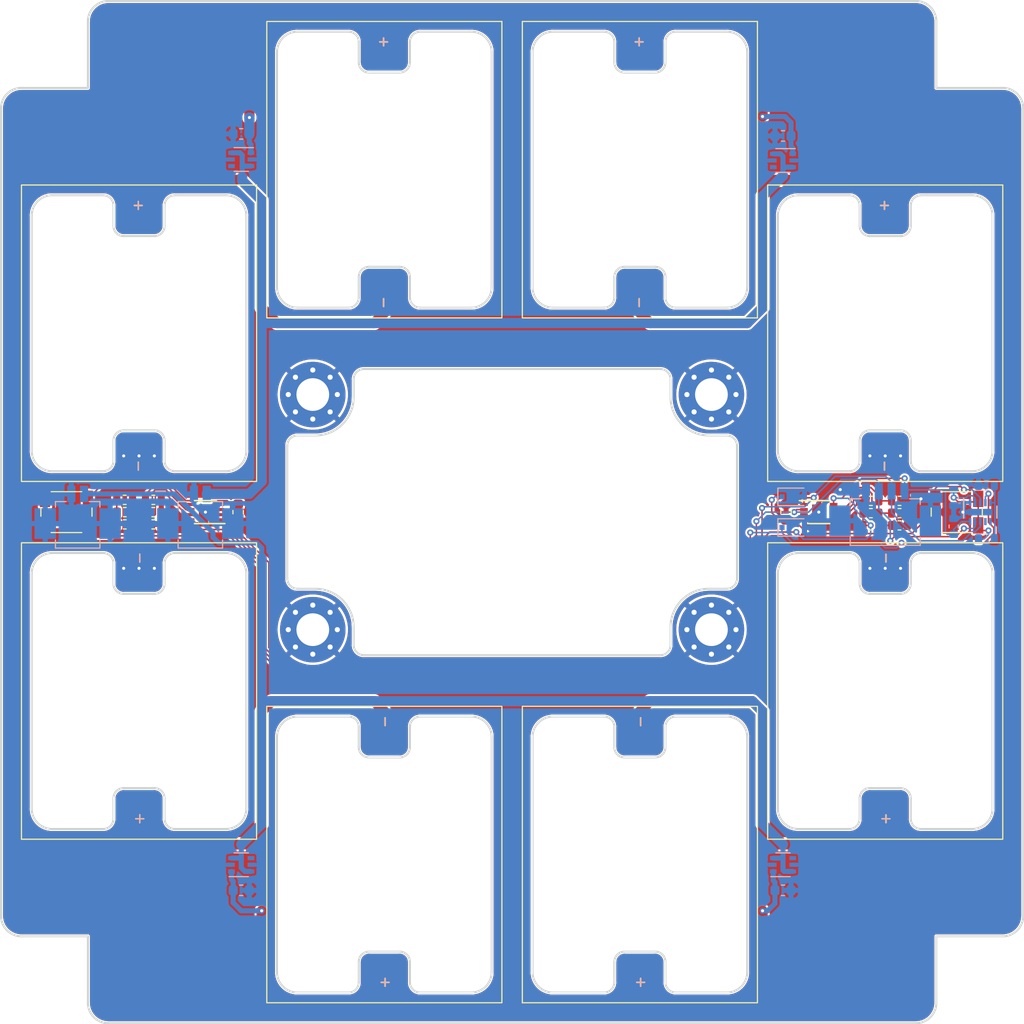
<source format=kicad_pcb>
(kicad_pcb (version 20210424) (generator pcbnew)

  (general
    (thickness 1.6)
  )

  (paper "A4")
  (title_block
    (title "BUTCube - Solar module Z")
    (date "2021-06-04")
    (rev "v1.0")
    (company "VUT")
    (comment 1 "Author: Petr Malaník")
  )

  (layers
    (0 "F.Cu" signal)
    (31 "B.Cu" signal)
    (34 "B.Paste" user)
    (35 "F.Paste" user)
    (36 "B.SilkS" user "B.Silkscreen")
    (37 "F.SilkS" user "F.Silkscreen")
    (38 "B.Mask" user)
    (39 "F.Mask" user)
    (40 "Dwgs.User" user "User.Drawings")
    (41 "Cmts.User" user "User.Comments")
    (42 "Eco1.User" user "User.Eco1")
    (43 "Eco2.User" user "User.Eco2")
    (44 "Edge.Cuts" user)
    (45 "Margin" user)
    (46 "B.CrtYd" user "B.Courtyard")
    (47 "F.CrtYd" user "F.Courtyard")
    (48 "B.Fab" user)
    (49 "F.Fab" user)
    (50 "User.1" user)
    (51 "User.2" user)
  )

  (setup
    (stackup
      (layer "F.SilkS" (type "Top Silk Screen"))
      (layer "F.Paste" (type "Top Solder Paste"))
      (layer "F.Mask" (type "Top Solder Mask") (color "Green") (thickness 0.01))
      (layer "F.Cu" (type "copper") (thickness 0.035))
      (layer "dielectric 1" (type "core") (thickness 1.51) (material "FR4") (epsilon_r 4.5) (loss_tangent 0.02))
      (layer "B.Cu" (type "copper") (thickness 0.035))
      (layer "B.Mask" (type "Bottom Solder Mask") (color "Green") (thickness 0.01))
      (layer "B.Paste" (type "Bottom Solder Paste"))
      (layer "B.SilkS" (type "Bottom Silk Screen"))
      (copper_finish "None")
      (dielectric_constraints no)
    )
    (pad_to_mask_clearance 0)
    (pcbplotparams
      (layerselection 0x00010fc_ffffffff)
      (disableapertmacros false)
      (usegerberextensions false)
      (usegerberattributes true)
      (usegerberadvancedattributes true)
      (creategerberjobfile true)
      (svguseinch false)
      (svgprecision 6)
      (excludeedgelayer true)
      (plotframeref false)
      (viasonmask false)
      (mode 1)
      (useauxorigin false)
      (hpglpennumber 1)
      (hpglpenspeed 20)
      (hpglpendiameter 15.000000)
      (dxfpolygonmode true)
      (dxfimperialunits true)
      (dxfusepcbnewfont true)
      (psnegative false)
      (psa4output false)
      (plotreference true)
      (plotvalue true)
      (plotinvisibletext false)
      (sketchpadsonfab false)
      (subtractmaskfromsilk false)
      (outputformat 1)
      (mirror false)
      (drillshape 1)
      (scaleselection 1)
      (outputdirectory "")
    )
  )

  (net 0 "")
  (net 1 "Net-(C1-Pad1)")
  (net 2 "GND")
  (net 3 "Net-(C2-Pad1)")
  (net 4 "Net-(C3-Pad1)")
  (net 5 "Net-(C4-Pad1)")
  (net 6 "VCC")
  (net 7 "/PH_1")
  (net 8 "/PH_2")
  (net 9 "/Solar_unit_1/OUT")
  (net 10 "/SDA")
  (net 11 "/SCL")
  (net 12 "/Solar_unit_3/OUT")
  (net 13 "Net-(R2-Pad2)")
  (net 14 "Net-(R4-Pad2)")
  (net 15 "Net-(R6-Pad2)")
  (net 16 "Net-(R10-Pad1)")
  (net 17 "Net-(R11-Pad2)")
  (net 18 "Net-(R13-Pad2)")
  (net 19 "Net-(R15-Pad2)")
  (net 20 "Net-(SC1-Pad2)")
  (net 21 "Net-(SC3-Pad2)")
  (net 22 "Net-(SC5-Pad2)")
  (net 23 "Net-(SC7-Pad2)")
  (net 24 "unconnected-(U1-Pad3)")
  (net 25 "unconnected-(U2-Pad3)")
  (net 26 "unconnected-(U3-Pad6)")
  (net 27 "unconnected-(U3-Pad7)")

  (footprint "TCY_solar:SM141K04L" (layer "F.Cu") (at 114.5 76.5 -90))

  (footprint "MountingHole:MountingHole_3.2mm_M3_Pad_Via" (layer "F.Cu") (at 131.5 105.5))

  (footprint "TCY_solar:SM141K04L" (layer "F.Cu") (at 163.5 60.5 -90))

  (footprint "TCY_smd_leds:VEMD5160X" (layer "F.Cu") (at 107.4 94 90))

  (footprint "TCY_solar:SM141K04L" (layer "F.Cu") (at 187.5 111.5 90))

  (footprint "MountingHole:MountingHole_3.2mm_M3_Pad_Via" (layer "F.Cu") (at 131.5 82.5))

  (footprint "TCY_passives:R_0603_1608Metric" (layer "F.Cu") (at 188.9 95.3))

  (footprint "Package_DFN_QFN:DFN-8-1EP_3x2mm_P0.5mm_EP1.3x1.5mm" (layer "F.Cu") (at 121 94 180))

  (footprint "TCY_solar:SM141K04L" (layer "F.Cu") (at 114.5 111.5 90))

  (footprint "TCY_solar:SM141K04L" (layer "F.Cu") (at 138.5 60.5 -90))

  (footprint "TCY_smd_leds:VEMD5160X" (layer "F.Cu") (at 194.5 94 -90))

  (footprint "TCY_passives:R_0603_1608Metric" (layer "F.Cu") (at 188.9 94.1))

  (footprint "TCY_solar:SM141K04L" (layer "F.Cu") (at 138.5 127.5 90))

  (footprint "TCY_passives:R_0603_1608Metric" (layer "F.Cu") (at 188.9 92.9))

  (footprint "MountingHole:MountingHole_3.2mm_M3_Pad_Via" (layer "F.Cu") (at 170.5 82.5))

  (footprint "TCY_passives:R_0603_1608Metric" (layer "F.Cu") (at 115.9 92.8))

  (footprint "MountingHole:MountingHole_3.2mm_M3_Pad_Via" (layer "F.Cu") (at 170.5 105.5))

  (footprint "TCY_passives:R_0603_1608Metric" (layer "F.Cu") (at 186.1 95.3))

  (footprint "TCY_solar:SM141K04L" (layer "F.Cu") (at 163.5 127.5 90))

  (footprint "TCY_passives:R_0603_1608Metric" (layer "F.Cu") (at 113.1 92.8))

  (footprint "TCY_passives:R_0603_1608Metric" (layer "F.Cu") (at 186.1 94.1))

  (footprint "Resistor_SMD:R_0603_1608Metric" (layer "F.Cu") (at 124.2 94 -90))

  (footprint "TCY_passives:R_0603_1608Metric" (layer "F.Cu") (at 113.1 95.2))

  (footprint "TCY_passives:R_0603_1608Metric" (layer "F.Cu") (at 186.1 92.9))

  (footprint "Package_DFN_QFN:DFN-8-1EP_3x2mm_P0.5mm_EP1.3x1.5mm" (layer "F.Cu") (at 181 94))

  (footprint "TCY_passives:R_0603_1608Metric" (layer "F.Cu") (at 115.9 95.2))

  (footprint "Resistor_SMD:R_0603_1608Metric" (layer "F.Cu") (at 177.8 94 90))

  (footprint "TCY_passives:R_0603_1608Metric" (layer "F.Cu") (at 113.1 94))

  (footprint "TCY_passives:R_0603_1608Metric" (layer "F.Cu") (at 115.9 94))

  (footprint "TCY_solar:SM141K04L" (layer "F.Cu") (at 187.5 76.5 -90))

  (footprint "Capacitor_SMD:C_0603_1608Metric" (layer "B.Cu") (at 177.5 131))

  (footprint "Package_TO_SOT_SMD:SOT-363_SC-70-6" (layer "B.Cu") (at 124.5 128.5))

  (footprint "Package_TO_SOT_SMD:SOT-363_SC-70-6" (layer "B.Cu") (at 177.5 59.6 180))

  (footprint "Diode_SMD:D_SOD-323F" (layer "B.Cu") (at 178.5 92.5))

  (footprint "Capacitor_SMD:C_0603_1608Metric" (layer "B.Cu") (at 124.5 57 180))

  (footprint "TCY_passives:C_0603_1608Metric" (layer "B.Cu") (at 194.2 92.6 -90))

  (footprint "Capacitor_SMD:C_0603_1608Metric" (layer "B.Cu") (at 177.5 57.2 180))

  (footprint "TCY_passives:C_0603_1608Metric" (layer "B.Cu") (at 194.2 95.4 90))

  (footprint "Package_TO_SOT_SMD:SOT-363_SC-70-6" (layer "B.Cu") (at 124.5 59.5 180))

  (footprint "TCY_passives:R_0603_1608Metric" (layer "B.Cu") (at 197.4 96.6))

  (footprint "TCY_passives:R_0603_1608Metric" (layer "B.Cu") (at 197.4 91.4 180))

  (footprint "TCY_connectors:Amphenol_10114830-11102LF_1x02_P1.25mm_Horizontal" (layer "B.Cu") (at 108.5 93.02 180))

  (footprint "Package_DFN_QFN:DFN-10-1EP_2x3mm_P0.5mm_EP0.64x2.4mm" (layer "B.Cu") (at 196.8 94 -90))

  (footprint "TCY_connectors:Amphenol_10114830-11102LF_1x02_P1.25mm_Horizontal" (layer "B.Cu") (at 120.5 93.02 180))

  (footprint "Package_TO_SOT_SMD:SOT-363_SC-70-6" (layer "B.Cu") (at 177.5 128.5))

  (footprint "TCY_connectors:Amphenol_10114830-11103LF_1x04_P1.25mm_Horizontal" (layer "B.Cu") (at 187.5 95 180))

  (footprint "Diode_SMD:D_SOD-323F" (layer "B.Cu") (at 178.5 95.5))

  (footprint "Capacitor_SMD:C_0603_1608Metric" (layer "B.Cu") (at 124.5 131))

  (gr_arc (start 188.999999 101) (end 188.999999 102) (angle -90) (layer "Edge.Cuts") (width 0.2) (tstamp 009991e5-5757-4809-8edd-538c215b2258))
  (gr_line (start 131.750001 101.500001) (end 130.000001 101.500001) (layer "Edge.Cuts") (width 0.2) (tstamp 00db46c2-b2e1-444c-b49b-f2eaa641cb7a))
  (gr_arc (start 123 100) (end 125 100) (angle -90) (layer "Edge.Cuts") (width 0.2) (tstamp 00f30029-4cfe-4080-9130-eee7b3cda7ca))
  (gr_arc (start 183.999999 99.000001) (end 184.999999 99.000001) (angle -90) (layer "Edge.Cuts") (width 0.2) (tstamp 01cf520b-70e0-424d-8ad0-c33551937e58))
  (gr_line (start 162 137.000001) (end 165 137.000001) (layer "Edge.Cuts") (width 0.2) (tstamp 02697e38-ed42-45d0-9167-3b29599ac291))
  (gr_line (start 112 124) (end 112 122) (layer "Edge.Cuts") (width 0.2) (tstamp 04387e35-33c0-42a1-87b4-b7f713a7ec3d))
  (gr_arc (start 111.000001 64.000001) (end 112.000001 64.000001) (angle -90) (layer "Edge.Cuts") (width 0.2) (tstamp 043b954e-51c5-4ff4-b2a0-f60e12c2159c))
  (gr_line (start 147 141) (end 142 141) (layer "Edge.Cuts") (width 0.2) (tstamp 04c46b55-6ff6-4690-96ee-badc7258b3bf))
  (gr_arc (start 178.999999 88.000001) (end 176.999999 88.000001) (angle -90) (layer "Edge.Cuts") (width 0.2) (tstamp 059ddea9-d845-416e-8024-26a5872ff6da))
  (gr_line (start 176.999999 100) (end 176.999999 123.000001) (layer "Edge.Cuts") (width 0.2) (tstamp 079d133c-882d-4f02-83e5-b3cc07a3b3f7))
  (gr_arc (start 116.000001 66.000001) (end 116.000001 67.000002) (angle -90) (layer "Edge.Cuts") (width 0.2) (tstamp 07d32bd5-412c-4498-9f0c-5811d4fcdb84))
  (gr_line (start 131.750001 86.500001) (end 130 86.500001) (layer "Edge.Cuts") (width 0.2) (tstamp 090354c8-f8d0-4149-ad50-3f765d460055))
  (gr_line (start 154.999999 47.000001) (end 159.999999 47.000001) (layer "Edge.Cuts") (width 0.2) (tstamp 09239f8e-65cf-4874-a41b-a32f5d9eabb9))
  (gr_arc (start 165 71.000001) (end 166 71.000001) (angle -90) (layer "Edge.Cuts") (width 0.2) (tstamp 09389870-3d2c-426c-ba1a-e5f56986e6f1))
  (gr_arc (start 118.000001 89.000001) (end 117.000001 89.000001) (angle -90) (layer "Edge.Cuts") (width 0.2) (tstamp 0989021a-729e-4041-a354-66c359f52f39))
  (gr_arc (start 185.999999 101.000001) (end 184.999999 101) (angle -90) (layer "Edge.Cuts") (width 0.2) (tstamp 0a3d532f-ec9e-4748-945d-59feb2ff5b5d))
  (gr_line (start 154.999999 74.000001) (end 159.999999 74.000001) (layer "Edge.Cuts") (width 0.2) (tstamp 0aabb83c-c9ad-47ff-933a-ab3710fe6447))
  (gr_arc (start 123.000001 65.000001) (end 125.000001 65.000001) (angle -90) (layer "Edge.Cuts") (width 0.2) (tstamp 0eec8483-96d1-4f12-b5ea-f129b623a7c0))
  (gr_line (start 192.5 52.500001) (end 192.5 46.000001) (layer "Edge.Cuts") (width 0.2) (tstamp 0f4ff7aa-cded-41ca-93cb-0eddf2c7207e))
  (gr_arc (start 190.999999 89.000001) (end 189.999999 89.000001) (angle -90) (layer "Edge.Cuts") (width 0.2) (tstamp 10d5e185-879a-4e19-8d3e-60ddd47ccc3a))
  (gr_line (start 117.000001 124) (end 117.000001 122) (layer "Edge.Cuts") (width 0.2) (tstamp 1253539d-5fac-42a6-aa3c-4f3b33ceb411))
  (gr_line (start 160.999999 115.000001) (end 160.999999 117.000001) (layer "Edge.Cuts") (width 0.2) (tstamp 12db7861-dc08-4b50-9af4-e32feb1e2d7f))
  (gr_arc (start 142 140) (end 141 140) (angle -90) (layer "Edge.Cuts") (width 0.2) (tstamp 1309d7d3-6647-41a1-8f32-c07ec9e245cd))
  (gr_line (start 166.499999 81.000001) (end 166.499999 82.750001) (layer "Edge.Cuts") (width 0.2) (tstamp 13500f17-9759-4216-9d05-f0b452682ae7))
  (gr_line (start 130 141) (end 135 141) (layer "Edge.Cuts") (width 0.2) (tstamp 15af4327-5017-4660-a545-82d5dfade9bb))
  (gr_line (start 147 74.000001) (end 142.000001 74.000001) (layer "Edge.Cuts") (width 0.2) (tstamp 15ff9809-eac6-4324-81ba-2ce213bab98a))
  (gr_arc (start 160 140) (end 160 141.000001) (angle -90) (layer "Edge.Cuts") (width 0.2) (tstamp 172509bc-31e5-4e1f-89c7-a43852dba7bc))
  (gr_arc (start 116 101) (end 116 102.000001) (angle -90) (layer "Edge.Cuts") (width 0.2) (tstamp 17d503b9-eea3-456b-a981-16efda7a2dd4))
  (gr_arc (start 188.999999 66.000001) (end 188.999999 67.000001) (angle -90) (layer "Edge.Cuts") (width 0.2) (tstamp 17e67db4-2410-4490-98fe-f507f161001f))
  (gr_arc (start 164.999999 50.000001) (end 164.999999 51.000002) (angle -90) (layer "Edge.Cuts") (width 0.2) (tstamp 1bc1a8c3-34e3-41b1-82d1-8329f5281af4))
  (gr_arc (start 106 123) (end 104 123.000001) (angle -90) (layer "Edge.Cuts") (width 0.2) (tstamp 1cf1a6d6-a5a4-4c8b-8db8-e5ff390fc444))
  (gr_line (start 172 114) (end 167 114) (layer "Edge.Cuts") (width 0.2) (tstamp 1d01ef08-742b-41ac-9bf1-b5c4363b7a69))
  (gr_arc (start 137 117) (end 136 117) (angle -90) (layer "Edge.Cuts") (width 0.2) (tstamp 1e1a9889-c753-4b0c-9fc0-7d3769e3bfdd))
  (gr_arc (start 159.999999 115.000001) (end 161 115.000001) (angle -90) (layer "Edge.Cuts") (width 0.2) (tstamp 20a69711-f83f-47d5-9116-bb4460b74391))
  (gr_arc (start 137 71.000001) (end 137 70.000001) (angle -90) (layer "Edge.Cuts") (width 0.2) (tstamp 210683e0-f3af-4df9-905a-74fbb3942a30))
  (gr_line (start 136 48.000001) (end 136 50.000001) (layer "Edge.Cuts") (width 0.2) (tstamp 215fa1b3-575d-4913-b1fb-32e684e6e102))
  (gr_arc (start 154.999999 72.000001) (end 152.999999 72.000002) (angle -90) (layer "Edge.Cuts") (width 0.2) (tstamp 22754bf5-5766-4d3b-89f5-dcdfcf3093e5))
  (gr_line (start 188.999999 102) (end 185.999999 102) (layer "Edge.Cuts") (width 0.2) (tstamp 22b18f0f-0dd6-40c2-9e75-2f4e8ac81e8f))
  (gr_line (start 104 100) (end 104 123.000001) (layer "Edge.Cuts") (width 0.2) (tstamp 23b3577b-4679-42e4-aebc-cb3b8a9ccaf4))
  (gr_line (start 123 98) (end 118 98) (layer "Edge.Cuts") (width 0.2) (tstamp 2548e32e-6d79-48bd-a9a2-e7ccbd4456fe))
  (gr_line (start 140 51.000001) (end 137 51.000001) (layer "Edge.Cuts") (width 0.2) (tstamp 26e97d01-b843-40a9-8ad5-ce842eee81d0))
  (gr_arc (start 102.999999 54.5) (end 101 54.5) (angle 90) (layer "Edge.Cuts") (width 0.2) (tstamp 2761d717-8971-42ac-ad1d-03996c6ace3f))
  (gr_line (start 106 98) (end 111 98) (layer "Edge.Cuts") (width 0.2) (tstamp 2794920a-76e8-49f0-acc7-cefff21e00ac))
  (gr_line (start 189.999999 124) (end 189.999999 122) (layer "Edge.Cuts") (width 0.2) (tstamp 2829f319-e0a6-4d19-9081-afcf64294331))
  (gr_line (start 185.999999 121) (end 188.999999 121) (layer "Edge.Cuts") (width 0.2) (tstamp 2a4446dc-e280-4bc1-ba33-5e309c14087d))
  (gr_arc (start 185.999999 66.000001) (end 184.999999 66.000001) (angle -90) (layer "Edge.Cuts") (width 0.2) (tstamp 2a4c0c83-9146-48d6-9ef5-2651b1b60e4c))
  (gr_line (start 101.000001 133.500001) (end 101 54.500001) (layer "Edge.Cuts") (width 0.2) (tstamp 2aa2d4ce-bb59-499d-979b-56fa2ba718df))
  (gr_line (start 103.000001 135.500001) (end 109.500001 135.500001) (layer "Edge.Cuts") (width 0.2) (tstamp 2ac1ab4d-657c-4518-9d8c-8b694e2cdb1d))
  (gr_arc (start 165 138.000001) (end 166 138.000001) (angle -90) (layer "Edge.Cuts") (width 0.2) (tstamp 2adefec4-9e48-4fd2-b2e8-9bdb88b1f4f6))
  (gr_arc (start 106 100.000001) (end 106 98) (angle -90) (layer "Edge.Cuts") (width 0.2) (tstamp 2bd74e1b-ee19-4d4e-9cea-4c8f92c0690c))
  (gr_line (start 135.500001 81.000001) (end 135.500001 82.750001) (layer "Edge.Cuts") (width 0.2) (tstamp 2c04f0ac-a5d3-4f16-902a-41fe7bf419a0))
  (gr_arc (start 172 116.000001) (end 174 116.000001) (angle -90) (layer "Edge.Cuts") (width 0.2) (tstamp 2feef36f-2237-4f1f-9cc3-bde2ed7c6b36))
  (gr_arc (start 136.500001 107) (end 135.500001 107) (angle -90) (layer "Edge.Cuts") (width 0.2) (tstamp 310f83ac-4f82-4d98-bcd1-62487b3780f2))
  (gr_line (start 109.5 46.000001) (end 109.5 52.500001) (layer "Edge.Cuts") (width 0.2) (tstamp 314b0a77-17b7-4d13-a754-4612deed6e89))
  (gr_arc (start 195.999999 88.000001) (end 195.999999 90.000001) (angle -90) (layer "Edge.Cuts") (width 0.2) (tstamp 31f3e372-0197-4bdb-a90d-e4c7a07fe770))
  (gr_line (start 152.999999 49.000001) (end 152.999999 72.000002) (layer "Edge.Cuts") (width 0.2) (tstamp 32091642-46de-40b5-91e9-79d4307e96c6))
  (gr_arc (start 103.000001 133.5) (end 101.000001 133.500001) (angle -90) (layer "Edge.Cuts") (width 0.2) (tstamp 34d479d6-3ad9-461e-b93d-0fe20020f93e))
  (gr_arc (start 147 139) (end 147 141) (angle -90) (layer "Edge.Cuts") (width 0.2) (tstamp 35a49998-8781-4173-a82b-eb9bcbf56b8a))
  (gr_arc (start 135 140) (end 135 141.000001) (angle -90) (layer "Edge.Cuts") (width 0.2) (tstamp 3626f5e9-f937-4dbd-9f34-e749cc661d2d))
  (gr_arc (start 113.000001 87.000001) (end 113.000001 86.000001) (angle -90) (layer "Edge.Cuts") (width 0.2) (tstamp 36b80469-9931-4c37-8db0-4f5f59acb8fa))
  (gr_line (start 166 73.000001) (end 166 71.000001) (layer "Edge.Cuts") (width 0.2) (tstamp 395c9437-511b-4515-b004-c0eb1b37965b))
  (gr_arc (start 131.750001 82.750001) (end 131.750001 86.500001) (angle -90) (layer "Edge.Cuts") (width 0.2) (tstamp 3c50c44a-1730-479c-a679-8aa8bc56df6f))
  (gr_arc (start 111.5 46.000001) (end 111.5 44.000002) (angle -90) (layer "Edge.Cuts") (width 0.2) (tstamp 3d09e760-4782-4148-83c4-7e5fce54d823))
  (gr_line (start 178.999999 125) (end 183.999999 125) (layer "Edge.Cuts") (width 0.2) (tstamp 3f16c85c-02af-426a-a79e-9f721375532d))
  (gr_line (start 136 115) (end 136 117) (layer "Edge.Cuts") (width 0.2) (tstamp 40a1ebca-2956-4101-84eb-b034827630b0))
  (gr_arc (start 195.999999 65.000001) (end 197.999999 65.000001) (angle -90) (layer "Edge.Cuts") (width 0.2) (tstamp 416bc7f5-091c-4cb2-a450-60f9f738765f))
  (gr_arc (start 154.999999 49.000001) (end 154.999999 47.000001) (angle -90) (layer "Edge.Cuts") (width 0.2) (tstamp 41e8e807-f78c-4510-88f6-50b0dfa70ca8))
  (gr_line (start 149 139) (end 149 116) (layer "Edge.Cuts") (width 0.2) (tstamp 429675fb-098e-4453-9740-0c8fcb788dca))
  (gr_arc (start 116 122) (end 117.000001 122) (angle -90) (layer "Edge.Cuts") (width 0.2) (tstamp 449a0a94-9cad-4969-b92f-d1be06b84120))
  (gr_arc (start 162 117) (end 160.999999 117) (angle -90) (layer "Edge.Cuts") (width 0.2) (tstamp 44a81c71-c9d3-477a-992f-fb9c69d5bd29))
  (gr_line (start 129 87.500001) (end 129 100.500001) (layer "Edge.Cuts") (width 0.2) (tstamp 4adca1ba-be37-4f62-ac54-7b483acf58ad))
  (gr_line (start 152.999999 116.000001) (end 153 139.000001) (layer "Edge.Cuts") (width 0.2) (tstamp 4e919af5-bc59-47cd-8a65-cc74ab28c988))
  (gr_arc (start 111 99.000001) (end 112 99.000001) (angle -90) (layer "Edge.Cuts") (width 0.2) (tstamp 4f0bfa1d-95da-4d17-86fd-fbdcb01f608e))
  (gr_arc (start 142.000001 73.000001) (end 141 73.000001) (angle -90) (layer "Edge.Cuts") (width 0.2) (tstamp 4f18d4c6-e336-4e36-b6ec-188fd91503cf))
  (gr_arc (start 165 117) (end 165 118.000001) (angle -90) (layer "Edge.Cuts") (width 0.2) (tstamp 4f4e4c06-884e-4536-ba5f-7bb3f8e80c3e))
  (gr_line (start 104.000001 65.000001) (end 104.000001 88.000002) (layer "Edge.Cuts") (width 0.2) (tstamp 4f776d53-f536-4f0f-a1c3-68c59e6129d3))
  (gr_arc (start 188.999999 87.000001) (end 190 87.000001) (angle -90) (layer "Edge.Cuts") (width 0.2) (tstamp 504b419c-80c5-4bfe-99ab-15ea93a04b22))
  (gr_line (start 109.5 135.500001) (end 109.5 142.000001) (layer "Edge.Cuts") (width 0.2) (tstamp 504d76b6-a70e-4c81-a3be-8ad6990d45af))
  (gr_line (start 178.999999 63.000001) (end 183.999999 63.000001) (layer "Edge.Cuts") (width 0.2) (tstamp 50e5265a-5aed-4dc3-8510-8f58532d63c2))
  (gr_line (start 161 140.000001) (end 161 138.000001) (layer "Edge.Cuts") (width 0.2) (tstamp 51c2fbc5-4987-4548-84a6-0ebbf457e26d))
  (gr_line (start 128 49.000001) (end 128 72.000001) (layer "Edge.Cuts") (width 0.2) (tstamp 5218d270-625c-4ff7-9a86-b7595374a0a6))
  (gr_line (start 195.999999 63.000001) (end 190.999999 63.000001) (layer "Edge.Cuts") (width 0.2) (tstamp 537145a5-74a0-40a3-a76a-c214c21d6262))
  (gr_arc (start 130 139) (end 128 139.000001) (angle -90) (layer "Edge.Cuts") (width 0.2) (tstamp 5948eec7-355d-4f21-bfc7-83711c2cc4b0))
  (gr_line (start 170.25 101.5) (end 172 101.5) (layer "Edge.Cuts") (width 0.2) (tstamp 5a1c4c9c-eea2-4e1d-8bd7-e645e70e56b1))
  (gr_line (start 189.999999 89.000001) (end 189.999999 87.000001) (layer "Edge.Cuts") (width 0.2) (tstamp 5a1f9629-68a4-4dd6-bd37-4371a2c17944))
  (gr_arc (start 190.999999 99) (end 190.999999 98) (angle -90) (layer "Edge.Cuts") (width 0.2) (tstamp 5cc2bbf5-0240-4256-8536-9bf2e3f3d20e))
  (gr_arc (start 130 49.000001) (end 130 47.000001) (angle -90) (layer "Edge.Cuts") (width 0.2) (tstamp 5d268a78-eaee-44a7-9f48-7ebe337329d3))
  (gr_line (start 123 125) (end 118.000001 125) (layer "Edge.Cuts") (width 0.2) (tstamp 5dcdde75-420e-46a8-ae31-bb99a114194f))
  (gr_line (start 197.999999 88.000001) (end 197.999999 65.000001) (layer "Edge.Cuts") (width 0.2) (tstamp 5dd52916-2bd7-4265-92ef-03c6b71a3e1f))
  (gr_line (start 147 47.000001) (end 142 47.000001) (layer "Edge.Cuts") (width 0.2) (tstamp 616c351a-299e-4fa8-a689-f1427533a3ad))
  (gr_arc (start 195.999999 100) (end 197.999999 100) (angle -90) (layer "Edge.Cuts") (width 0.2) (tstamp 62f361a5-1404-47e3-9ab0-b034fe5eebc1))
  (gr_arc (start 113.000001 122) (end 113 121) (angle -90) (layer "Edge.Cuts") (width 0.2) (tstamp 63b32c4a-7305-4d9e-83bd-33d07e61a47a))
  (gr_line (start 198 123) (end 197.999999 100) (layer "Edge.Cuts") (width 0.2) (tstamp 644091d3-efc5-4172-9759-6daf864b21f9))
  (gr_line (start 192.5 135.5) (end 199 135.5) (layer "Edge.Cuts") (width 0.2) (tstamp 64bf3107-f2f5-40e1-b9fb-8e6501de3629))
  (gr_arc (start 185.999999 87.000001) (end 185.999999 86.000001) (angle -90) (layer "Edge.Cuts") (width 0.2) (tstamp 6551bba4-4b4d-4699-a103-b5b808381c6f))
  (gr_line (start 170.249999 86.500002) (end 172 86.500002) (layer "Edge.Cuts") (width 0.2) (tstamp 6928ec6b-f75a-4544-aac2-643b0a81ca2e))
  (gr_arc (start 165.499999 107) (end 165.499999 108) (angle -90) (layer "Edge.Cuts") (width 0.2) (tstamp 6a2744d6-a96a-4800-a6ae-7351643f21a6))
  (gr_line (start 112.000001 64.000001) (end 112.000001 66.000001) (layer "Edge.Cuts") (width 0.2) (tstamp 6bab1787-5a8a-4e97-ae4b-e304158164b7))
  (gr_line (start 184.999999 89.000001) (end 184.999999 87.000001) (layer "Edge.Cuts") (width 0.2) (tstamp 6bf421ed-b169-4346-947b-202297520315))
  (gr_arc (start 167 48.000001) (end 166.999999 47.000001) (angle -90) (layer "Edge.Cuts") (width 0.2) (tstamp 6c525f3c-07a6-4172-80db-4467d42073e2))
  (gr_arc (start 118.000001 124) (end 117 124) (angle -90) (layer "Edge.Cuts") (width 0.2) (tstamp 6e370f8d-c9bd-4c19-94c6-0e20e00adc42))
  (gr_arc (start 130 116.000001) (end 130 114) (angle -90) (layer "Edge.Cuts") (width 0.2) (tstamp 6f1341a1-d29c-47a7-a02f-51eae48acdde))
  (gr_line (start 112.000001 89.000001) (end 112.000001 87.000001) (layer "Edge.Cuts") (width 0.2) (tstamp 6fb3a67a-876f-4f9e-8b10-47c5884b6458))
  (gr_line (start 189.999999 99) (end 189.999999 101) (layer "Edge.Cuts") (width 0.2) (tstamp 6fd32fb8-ee78-491f-b801-45224165a916))
  (gr_arc (start 178.999999 65.000001) (end 178.999999 63.000001) (angle -90) (layer "Edge.Cuts") (width 0.2) (tstamp 6fdd32cb-cf1d-4ddf-a0d1-a810aa4d8e23))
  (gr_arc (start 106.000001 65.000002) (end 106.000001 63.000001) (angle -90) (layer "Edge.Cuts") (width 0.2) (tstamp 7140e02b-f109-4b1b-9a49-8a2150fa7eb2))
  (gr_arc (start 118.000001 64.000001) (end 118.000001 63.000001) (angle -90) (layer "Edge.Cuts") (width 0.2) (tstamp 7140f984-db33-416d-90fc-346987095eba))
  (gr_arc (start 155 139.000001) (end 153 139.000001) (angle -90) (layer "Edge.Cuts") (width 0.2) (tstamp 717d36de-63d9-4796-942d-378b8c4b378a))
  (gr_arc (start 195.999999 123) (end 195.999999 125) (angle -90) (layer "Edge.Cuts") (width 0.2) (tstamp 71e8abc1-5569-4a3a-a38b-4cfb575491e8))
  (gr_line (start 141 140) (end 141 138) (layer "Edge.Cuts") (width 0.2) (tstamp 729defe2-6050-4d9c-8a17-f7fd22f7b032))
  (gr_line (start 178.999999 90.000001) (end 183.999999 90.000001) (layer "Edge.Cuts") (width 0.2) (tstamp 7370d2bd-139b-425c-8d94-22ed7d34ad8e))
  (gr_arc (start 142 48.000001) (end 142 47.000001) (angle -90) (layer "Edge.Cuts") (width 0.2) (tstamp 77951f30-c1c8-4451-91ed-03164b3ff644))
  (gr_arc (start 178.999999 100) (end 178.999999 98) (angle -90) (layer "Edge.Cuts") (width 0.2) (tstamp 7798ff4d-728b-48f7-b33c-aad55e8ecc76))
  (gr_arc (start 147 72.000001) (end 147 74.000001) (angle -90) (layer "Edge.Cuts") (width 0.2) (tstamp 781efcaa-5764-4dcc-af82-2f8d960ef7dd))
  (gr_line (start 141 73.000001) (end 141 71.000001) (layer "Edge.Cuts") (width 0.2) (tstamp 7842076d-a421-460a-a99b-1314a4cd7216))
  (gr_line (start 173 100.5) (end 173 87.500002) (layer "Edge.Cuts") (width 0.2) (tstamp 7adab621-fba1-4527-8a69-50f6d5ce7bdf))
  (gr_arc (start 199 54.500001) (end 201 54.500001) (angle -90) (layer "Edge.Cuts") (width 0.2) (tstamp 7b28996f-d10d-427e-a481-03e775f52604))
  (gr_line (start 106.000001 90.000001) (end 111.000001 90.000001) (layer "Edge.Cuts") (width 0.2) (tstamp 7b43087a-4ccc-44fd-bab0-d3542833f074))
  (gr_arc (start 165.499999 81.000001) (end 166.499999 81.000001) (angle -90) (layer "Edge.Cuts") (width 0.2) (tstamp 7bb6d24d-3393-445d-b979-eaa41c7dab10))
  (gr_line (start 172 74.000001) (end 167 74.000001) (layer "Edge.Cuts") (width 0.2) (tstamp 7bfe3e3a-cdf9-4825-a89e-4a65f96c33ac))
  (gr_arc (start 131.75 105.25) (end 135.5 105.25) (angle -90) (layer "Edge.Cuts") (width 0.2) (tstamp 7c9b0558-dc95-4d93-a753-fb8e62766819))
  (gr_line (start 185.999999 86.000001) (end 188.999999 86.000001) (layer "Edge.Cuts") (width 0.2) (tstamp 7d393411-f1d1-441a-b661-9cc12f1878a6))
  (gr_arc (start 190.5 142) (end 190.5 144.000001) (angle -90) (layer "Edge.Cuts") (width 0.2) (tstamp 7e46f217-4d9d-4d83-ae74-da42987508ee))
  (gr_line (start 201 133.5) (end 200.999999 54.500001) (layer "Edge.Cuts") (width 0.2) (tstamp 7e6fd74e-f898-4e7d-9dbf-f34eb8737ccb))
  (gr_arc (start 140 71.000001) (end 141 71.000001) (angle -90) (layer "Edge.Cuts") (width 0.2) (tstamp 7ee024d1-7901-4db3-ae0e-46d97583051e))
  (gr_line (start 149.000001 72.000001) (end 149 49.000001) (layer "Edge.Cuts") (width 0.2) (tstamp 80c20050-a5db-44d6-904d-0062ed606120))
  (gr_line (start 188.999999 67.000001) (end 185.999999 67.000001) (layer "Edge.Cuts") (width 0.2) (tstamp 8114616c-b3f3-4ea1-ba9a-160ad6fb6f38))
  (gr_line (start 125.000001 88.000001) (end 125.000001 65.000001) (layer "Edge.Cuts") (width 0.2) (tstamp 82714fed-3e2b-4271-866b-844bde59c607))
  (gr_arc (start 135 48.000001) (end 136 48.000001) (angle -90) (layer "Edge.Cuts") (width 0.2) (tstamp 839205f9-4b7e-45ca-b6d5-22e3050494eb))
  (gr_arc (start 140 50.000001) (end 140 51.000002) (angle -90) (layer "Edge.Cuts") (width 0.2) (tstamp 89ec0f89-dbec-4348-b22d-03ddb8dc50d7))
  (gr_line (start 166 140) (end 166 138.000001) (layer "Edge.Cuts") (width 0.2) (tstamp 8be5fec4-a941-4a35-a6d3-393ddd99de04))
  (gr_line (start 184.999999 99) (end 184.999999 101) (layer "Edge.Cuts") (width 0.2) (tstamp 8ca4c110-2350-467f-83ba-1f95eeee15b1))
  (gr_arc (start 172 72.000001) (end 172 74.000001) (angle -90) (layer "Edge.Cuts") (width 0.2) (tstamp 8cbd0886-f120-4bb4-b69f-326004f55ea9))
  (gr_line (start 174 72.000001) (end 173.999999 49.000001) (layer "Edge.Cuts") (width 0.2) (tstamp 8ddd2bb3-f268-47ae-812e-9e4489f55025))
  (gr_line (start 174 139.000001) (end 174 116) (layer "Edge.Cuts") (width 0.2) (tstamp 8e81b6ee-9ab7-4c5e-9bec-92721e1c4922))
  (gr_arc (start 118 99) (end 118 98) (angle -90) (layer "Edge.Cuts") (width 0.2) (tstamp 8ec0fea7-024b-420c-8249-8a472d96bcce))
  (gr_arc (start 162 71.000001) (end 162 70.000001) (angle -90) (layer "Edge.Cuts") (width 0.2) (tstamp 91659c60-0e87-42fd-be01-4c50a2cbba97))
  (gr_arc (start 170.249999 82.750001) (end 166.499999 82.750001) (angle -90) (layer "Edge.Cuts") (width 0.2) (tstamp 9346bd1b-304c-41d0-aac2-69ba71e810eb))
  (gr_arc (start 123.000001 88.000001) (end 123.000001 90.000001) (angle -90) (layer "Edge.Cuts") (width 0.2) (tstamp 961fe222-0daf-4769-a2cf-59425a453687))
  (gr_line (start 195.999999 90.000001) (end 190.999999 90.000001) (layer "Edge.Cuts") (width 0.2) (tstamp 96da3731-e7b3-449a-9bc9-cb99be4e38fd))
  (gr_arc (start 167 73.000001) (end 166 73.000001) (angle -90) (layer "Edge.Cuts") (width 0.2) (tstamp 9986d154-f940-4a81-8b98-72f8ce543510))
  (gr_arc (start 116.000001 87.000001) (end 117.000001 87.000001) (angle -90) (layer "Edge.Cuts") (width 0.2) (tstamp 9b7cb56e-c471-41f8-ba6c-eda03ee52730))
  (gr_line (start 123.000001 63.000001) (end 118.000001 63.000001) (layer "Edge.Cuts") (width 0.2) (tstamp 9b91ef2a-2432-403d-9fbd-f7487b2fc5ea))
  (gr_line (start 135.500001 107.000001) (end 135.500001 105.250001) (layer "Edge.Cuts") (width 0.2) (tstamp 9baaa2c4-279b-4a55-9be9-621a8da3d1ee))
  (gr_line (start 112 99) (end 112 101) (layer "Edge.Cuts") (width 0.2) (tstamp 9c77b6d7-1313-4d25-9b6c-c2ede45d8f60))
  (gr_arc (start 188.999999 122) (end 189.999999 122) (angle -90) (layer "Edge.Cuts") (width 0.2) (tstamp 9d59ddd6-e197-46bd-9b35-8cd1cbf93712))
  (gr_arc (start 111.000001 89.000001) (end 111.000001 90.000001) (angle -90) (layer "Edge.Cuts") (width 0.2) (tstamp 9dbd611a-8518-4439-94d2-a88639d6af45))
  (gr_arc (start 140 138) (end 141 138) (angle -90) (layer "Edge.Cuts") (width 0.2) (tstamp 9e3bb3b7-b5ec-4d79-a564-3070eb64a07d))
  (gr_line (start 184.999999 124) (end 184.999999 122) (layer "Edge.Cuts") (width 0.2) (tstamp 9f6f4e6b-976f-45fc-bffe-19526a516f49))
  (gr_line (start 130 47.000001) (end 135 47.000001) (layer "Edge.Cuts") (width 0.2) (tstamp a172ee75-6653-4566-b10d-2809c2d55138))
  (gr_line (start 178.999999 98) (end 183.999999 98) (layer "Edge.Cuts") (width 0.2) (tstamp a21877b2-b098-4103-b212-515358d80028))
  (gr_line (start 166 115.000001) (end 166 117) (layer "Edge.Cuts") (width 0.2) (tstamp a34d173f-8d8a-4b88-b55c-682f27757cea))
  (gr_line (start 162 70.000001) (end 165 70.000001) (layer "Edge.Cuts") (width 0.2) (tstamp a3b27870-2a82-475c-93d9-d409701f84b4))
  (gr_arc (start 140 117) (end 140 118.000001) (angle -90) (layer "Edge.Cuts") (width 0.2) (tstamp a424fe90-8b20-4369-a639-07ee87ad203a))
  (gr_arc (start 172 139) (end 172 141.000001) (angle -90) (layer "Edge.Cuts") (width 0.2) (tstamp a47c9887-0bf8-4f2d-97b7-d642a3fb9555))
  (gr_arc (start 162 138.000001) (end 162 137) (angle -90) (layer "Edge.Cuts") (width 0.2) (tstamp a6165717-2041-493a-ba99-bc65ff80ffb9))
  (gr_line (start 184.999999 64.000001) (end 184.999999 66.000001) (layer "Edge.Cuts") (width 0.2) (tstamp a8104e9b-5518-429e-80af-d69ea962f39d))
  (gr_line (start 199 52.500001) (end 192.5 52.500001) (layer "Edge.Cuts") (width 0.2) (tstamp a9748c89-39d5-470c-96b5-0977fe292a84))
  (gr_line (start 166.499999 107) (end 166.499999 105.25) (layer "Edge.Cuts") (width 0.2) (tstamp aa35d8a6-3526-4ddc-96bf-b8547d0803d9))
  (gr_line (start 113.000001 86.000001) (end 116.000001 86.000001) (layer "Edge.Cuts") (width 0.2) (tstamp ae6ee9e8-17d3-46d7-bf47-07b12c513f90))
  (gr_line (start 190.5 44.000002) (end 111.5 44.000002) (layer "Edge.Cuts") (width 0.2) (tstamp af44de82-aa54-442e-a315-73796a12d1ee))
  (gr_arc (start 113.000001 66.000001) (end 112 66.000001) (angle -90) (layer "Edge.Cuts") (width 0.2) (tstamp afde310b-e1cb-4014-a2e7-5cbb6992d723))
  (gr_line (start 172 141) (end 167 141) (layer "Edge.Cuts") (width 0.2) (tstamp b05a803b-63b8-4653-8c74-39d2a7ec10aa))
  (gr_arc (start 142 115) (end 142 114) (angle -90) (layer "Edge.Cuts") (width 0.2) (tstamp b05ffaa6-c1d1-45a1-b9a0-b1963d22d461))
  (gr_line (start 116.000001 67.000001) (end 113.000001 67.000001) (layer "Edge.Cuts") (width 0.2) (tstamp b15a8870-150a-4ec3-9bda-0f155a5e3842))
  (gr_arc (start 130 87.500001) (end 130 86.500001) (angle -90) (layer "Edge.Cuts") (width 0.2) (tstamp b40b9329-33e8-486a-8757-b723e8e65b20))
  (gr_arc (start 111 124) (end 111 125) (angle -90) (layer "Edge.Cuts") (width 0.2) (tstamp b40bca0b-2d7d-4e2a-8a75-ea2d2683ab91))
  (gr_line (start 113 121) (end 116.000001 121) (layer "Edge.Cuts") (width 0.2) (tstamp b544d5bc-3bc5-4b2e-a923-85198a44fae1))
  (gr_line (start 164.999999 51.000001) (end 161.999999 51.000001) (layer "Edge.Cuts") (width 0.2) (tstamp b7521d1f-410a-4e31-a985-0b7ce6b1b668))
  (gr_arc (start 137.000001 50.000001) (end 136 50.000001) (angle -90) (layer "Edge.Cuts") (width 0.2) (tstamp b8108116-b5d0-4f0d-b698-815e897d0162))
  (gr_arc (start 159.999999 48.000001) (end 160.999999 48.000001) (angle -90) (layer "Edge.Cuts") (width 0.2) (tstamp b897dcc1-29d6-48db-90a2-7566365ad341))
  (gr_line (start 140 118) (end 137 118) (layer "Edge.Cuts") (width 0.2) (tstamp b9de89da-62a8-4103-a1fe-a24b257ba64c))
  (gr_line (start 130 74.000001) (end 135 74.000001) (layer "Edge.Cuts") (width 0.2) (tstamp bcf31c7c-6541-4c15-bb9a-c86eb20370d5))
  (gr_line (start 192.5 142.000001) (end 192.5 135.500001) (layer "Edge.Cuts") (width 0.2) (tstamp bcfc509e-47df-4ab0-b672-d4249f927265))
  (gr_line (start 160.999999 48.000001) (end 160.999999 50.000001) (layer "Edge.Cuts") (width 0.2) (tstamp bee555ba-4c16-482a-84ca-8b92a1026324))
  (gr_arc (start 183.999999 89.000001) (end 183.999999 90.000001) (angle -90) (layer "Edge.Cuts") (width 0.2) (tstamp befc82f6-dfc2-477e-a3b8-870e95e2023c))
  (gr_arc (start 190.5 46.000001) (end 192.5 46.000001) (angle -90) (layer "Edge.Cuts") (width 0.2) (tstamp bf2edad8-514c-44c8-a6ff-ef6dc5f8dc0a))
  (gr_line (start 137 70.000001) (end 140 70.000001) (layer "Edge.Cuts") (width 0.2) (tstamp c05d67d9-b9ab-42f2-a56a-3a3cc1c08c1a))
  (gr_arc (start 172 87.500001) (end 173 87.500001) (angle -90) (layer "Edge.Cuts") (width 0.2) (tstamp c16ad0d7-7ea2-427d-9960-aa09ac546d43))
  (gr_line (start 141 115) (end 141 117) (layer "Edge.Cuts") (width 0.2) (tstamp c24893cb-37c5-4f6e-a6bb-fed01197d21f))
  (gr_line (start 137 137) (end 140 137) (layer "Edge.Cuts") (width 0.2) (tstamp c29a49e0-89a8-4515-a770-838f12d6af5b))
  (gr_line (start 117 99) (end 117 101) (layer "Edge.Cuts") (width 0.2) (tstamp c2bbb711-4e89-44fb-a020-448be84599e0))
  (gr_line (start 111.500001 144.000001) (end 190.5 144) (layer "Edge.Cuts") (width 0.2) (tstamp c31cdbd8-cb6d-407d-800b-b544809273db))
  (gr_arc (start 199 133.5) (end 199 135.5) (angle -90) (layer "Edge.Cuts") (width 0.2) (tstamp c3ff1fc1-516a-4d84-8790-5b410bcd0934))
  (gr_arc (start 167 140) (end 166 140.000001) (angle -90) (layer "Edge.Cuts") (width 0.2) (tstamp c44ea99b-b883-4086-bf5b-aed54ae033d0))
  (gr_line (start 165.5 108.000001) (end 136.500001 108.000001) (layer "Edge.Cuts") (width 0.2) (tstamp c521af5f-03a8-46f8-afe6-82284d253855))
  (gr_line (start 123.000001 90.000001) (end 118.000001 90.000001) (layer "Edge.Cuts") (width 0.2) (tstamp c6ee7ba0-f0a8-4b0c-bb5d-c0bd4005e0ca))
  (gr_line (start 125.000001 123) (end 125 100) (layer "Edge.Cuts") (width 0.2) (tstamp cbe607db-1218-45e7-ba56-70341a0f12e7))
  (gr_arc (start 136.500001 81.000001) (end 136.500001 80.000001) (angle -90) (layer "Edge.Cuts") (width 0.2) (tstamp cf3b41c6-34ef-429b-b1bf-9936dfc93444))
  (gr_arc (start 130 100.5) (end 129 100.500001) (angle -90) (layer "Edge.Cuts") (width 0.2) (tstamp d0e515d7-5c01-4811-88fb-ea323e19a03b))
  (gr_arc (start 185.999999 122) (end 185.999999 121) (angle -90) (layer "Edge.Cuts") (width 0.2) (tstamp d10c8e76-2aab-48f5-961e-3da7189930f0))
  (gr_arc (start 137 138) (end 137 137) (angle -90) (layer "Edge.Cuts") (width 0.2) (tstamp d1b5266e-1845-46dd-aa5f-7a089346618c))
  (gr_arc (start 130 72.000001) (end 128 72.000001) (angle -90) (layer "Edge.Cuts") (width 0.2) (tstamp d47ffb2c-0747-4ae1-bdd6-263bc02d65a6))
  (gr_line (start 195.999999 125) (end 191 125) (layer "Edge.Cuts") (width 0.2) (tstamp d56c2ab2-c819-4527-af9d-12a05670d845))
  (gr_arc (start 171.999999 49.000002) (end 173.999999 49.000002) (angle -90) (layer "Edge.Cuts") (width 0.2) (tstamp d7a38727-f0f3-44a3-9247-66078cbddcb8))
  (gr_line (start 155 114.000001) (end 159.999999 114.000001) (layer "Edge.Cuts") (width 0.2) (tstamp d9071ed0-8728-4ea5-af0e-573152c3cb16))
  (gr_arc (start 111.5 142.000001) (end 109.5 142.000001) (angle -90) (layer "Edge.Cuts") (width 0.2) (tstamp d9167e09-30c5-4be7-bde4-d25ea5d74608))
  (gr_line (start 141 48.000001) (end 141 50.000001) (layer "Edge.Cuts") (width 0.2) (tstamp d9b8ebd1-4c30-4582-adc5-d213314041a5))
  (gr_arc (start 147 116) (end 149 116) (angle -90) (layer "Edge.Cuts") (width 0.2) (tstamp da6dc6fb-82df-4b42-9e03-35d3dfae80f2))
  (gr_line (start 106.000001 63.000001) (end 111.000001 63.000001) (layer "Edge.Cuts") (width 0.2) (tstamp dae5b569-173b-4a42-920f-c59e1201a3d1))
  (gr_line (start 116 102) (end 113 102) (layer "Edge.Cuts") (width 0.2) (tstamp db14fd8a-1699-44c2-bbf5-25c0f8bb09c0))
  (gr_line (start 130 114.000001) (end 135 114.000001) (layer "Edge.Cuts") (width 0.2) (tstamp de6275b6-2ff5-419f-9608-a33cff393c55))
  (gr_arc (start 172 100.5) (end 172 101.5) (angle -90) (layer "Edge.Cuts") (width 0.2) (tstamp decbcb94-348a-4b7d-88ac-09e54e734b58))
  (gr_line (start 189.999999 64.000001) (end 189.999999 66.000001) (layer "Edge.Cuts") (width 0.2) (tstamp df691443-3611-4774-ae63-1356b2dd94f4))
  (gr_arc (start 183.999999 64.000001) (end 184.999999 64.000001) (angle -90) (layer "Edge.Cuts") (width 0.2) (tstamp e0088237-4a89-4ffc-9dc4-4009feb1407e))
  (gr_line (start 109.5 52.500001) (end 103 52.500001) (layer "Edge.Cuts") (width 0.2) (tstamp e08c3e23-28b3-4033-afd9-2e26b0ab0798))
  (gr_arc (start 113 101) (end 112 101) (angle -90) (layer "Edge.Cuts") (width 0.2) (tstamp e1865a4d-8dac-418b-a63f-3ced364a73af))
  (gr_line (start 136 140) (end 136 138) (layer "Edge.Cuts") (width 0.2) (tstamp e1a2d22a-b4ad-408c-bc16-68106f1bad1d))
  (gr_arc (start 167 115.000001) (end 167 114) (angle -90) (layer "Edge.Cuts") (width 0.2) (tstamp e29888a9-631d-484c-8904-95251e5d973f))
  (gr_arc (start 159.999999 73.000001) (end 159.999999 74.000001) (angle -90) (layer "Edge.Cuts") (width 0.2) (tstamp e34bf7e0-dfd6-4a4b-8c5b-a69eab7be00f))
  (gr_line (start 128 116) (end 128 139.000001) (layer "Edge.Cuts") (width 0.2) (tstamp e386e6e2-c08f-4504-b626-418160be5e82))
  (gr_line (start 155 141.000001) (end 160 141.000001) (layer "Edge.Cuts") (width 0.2) (tstamp e4c6b5ce-e4be-4da4-b12e-228db66b4d87))
  (gr_arc (start 178.999999 123) (end 176.999999 123) (angle -90) (layer "Edge.Cuts") (width 0.2) (tstamp e6f1d2f3-9c09-45ec-909a-94368f39282d))
  (gr_line (start 136 73.000001) (end 136 71.000001) (layer "Edge.Cuts") (width 0.2) (tstamp e8f43b4c-60c6-44e3-8791-042b288bbd33))
  (gr_arc (start 147 49.000001) (end 149 49.000001) (angle -90) (layer "Edge.Cuts") (width 0.2) (tstamp eaa26a64-36cc-4179-8c9c-d0a5b255de8e))
  (gr_arc (start 170.25 105.25) (end 170.25 101.5) (angle -90) (layer "Edge.Cuts") (width 0.2) (tstamp eac71599-8dc2-40d1-a8c2-7c984085c4e3))
  (gr_line (start 147 114) (end 142 114) (layer "Edge.Cuts") (width 0.2) (tstamp eb151536-ff59-4125-ba88-4bca6e305dc2))
  (gr_arc (start 123 123) (end 123 125) (angle -90) (layer "Edge.Cuts") (width 0.2) (tstamp ecfa0d80-b0a1-4123-b3a4-26822235a8b7))
  (gr_arc (start 190.999999 124) (end 189.999999 124) (angle -90) (layer "Edge.Cuts") (width 0.2) (tstamp ef33bfdd-5b57-49ab-b9ab-ca3120b46fa1))
  (gr_arc (start 135 115.000001) (end 136 115.000001) (angle -90) (layer "Edge.Cuts") (width 0.2) (tstamp ef519085-58da-45a3-b128-cd97527b7d80))
  (gr_line (start 117.000001 89.000001) (end 117.000001 87.000001) (layer "Edge.Cuts") (width 0.2) (tstamp efea4784-04b4-449f-a248-7644ec8cab67))
  (gr_line (start 117.000001 64.000001) (end 117.000001 66.000001) (layer "Edge.Cuts") (width 0.2) (tstamp f26fc7d5-9a58-414c-a1c3-b9e5e97a7561))
  (gr_line (start 136.500001 80.000001) (end 165.499999 80.000002) (layer "Edge.Cuts") (width 0.2) (tstamp f4230fa2-9a62-4c0a-bc4c-2b98f91a2554))
  (gr_arc (start 106.000001 88.000001) (end 104.000001 88.000002) (angle -90) (layer "Edge.Cuts") (width 0.2) (tstamp f5f59f16-8881-40f8-a5b0-71c4132aa8b0))
  (gr_arc (start 183.999999 124) (end 183.999999 125) (angle -90) (layer "Edge.Cuts") (width 0.2) (tstamp f80e408d-7697-4303-bd3c-e31570d5d483))
  (gr_line (start 171.999999 47.000001) (end 166.999999 47.000001) (layer "Edge.Cuts") (width 0.2) (tstamp f8c03376-b772-406c-bbc7-0480a53388f9))
  (gr_arc (start 190.999999 64.000001) (end 190.999999 63.000001) (angle -90) (layer "Edge.Cuts") (width 0.2) (tstamp f93ec8b8-1c91-4cf4-a70c-f82fb0e2f749))
  (gr_line (start 165 118.000001) (end 162 118.000001) (layer "Edge.Cuts") (width 0.2) (tstamp fa595935-9fc6-4c7e-bb95-6c7e6c1e2466))
  (gr_line (start 176.999999 65.000001) (end 176.999999 88.000001) (layer "Edge.Cuts") (width 0.2) (tstamp fb90b749-4d55-4ca4-821a-a600213e53cf))
  (gr_line (start 165.999999 48.000001) (end 165.999999 50.000001) (layer "Edge.Cuts") (width 0.2) (tstamp fc854f0a-a446-4275-8c6d-c8f1f7a5f2f4))
  (gr_arc (start 161.999999 50.000001) (end 160.999999 50.000001) (angle -90) (layer "Edge.Cuts") (width 0.2) (tstamp fcdbcc83-f87c-4f9f-a040-b2131506fcc0))
  (gr_line (start 160.999999 73.000001) (end 160.999999 71.000001) (layer "Edge.Cuts") (width 0.2) (tstamp fd039b41-0ed0-4de4-aaf0-fc7ed4d78cb1))
  (gr_arc (start 135 73.000001) (end 135 74.000001) (angle -90) (layer "Edge.Cuts") (width 0.2) (tstamp fe2cc5fc-0dab-4fc2-b598-33a3c74e4943))
  (gr_line (start 195.999999 98) (end 190.999999 98) (layer "Edge.Cuts") (width 0.2) (tstamp fe32542b-7a4c-4a44-bf86-4b2d1a4fd4fb))
  (gr_arc (start 155 116.000001) (end 155 114.000001) (angle -90) (layer "Edge.Cuts") (width 0.2) (tstamp fe6c599a-2cd3-479d-be9b-47a8cddf1c77))
  (gr_line (start 106 125) (end 111 125) (layer "Edge.Cuts") (width 0.2) (tstamp ff9323c9-5768-47e3-91f4-3c8b03a40e2e))

  (segment (start 137 45.5) (end 127.5 45.5) (width 1) (layer "F.Cu") (net 1) (tstamp 3e1f8055-dfad-48aa-90d0-1ed38b70fe9e))
  (segment (start 125.3 47.7) (end 127.5 45.5) (width 1) (layer "F.Cu") (net 1) (tstamp 3e233268-1e95-4dce-bafd-e763bc1a6c72))
  (segment (start 138.5 50) (end 138.5 47) (width 1) (layer "F.Cu") (net 1) (tstamp 8b6a93e4-6103-4c31-80e2-2fdb903ece8d))
  (segment (start 125.3 47.7) (end 125.3 55.4) (width 1) (layer "F.Cu") (net 1) (tstamp ad6dbaf6-9436-4676-8b5d-558e58c01d32))
  (segment (start 138.5 47) (end 137 45.5) (width 1) (layer "F.Cu") (net 1) (tstamp df98bace-375c-43d7-9fba-915b97e7bf2f))
  (via (at 125.3 55.4) (size 0.6) (drill 0.3) (layers "F.Cu" "B.Cu") (net 1) (tstamp a5a80370-3596-42a7-9ac7-c89551fb432a))
  (segment (start 125.45 58.85) (end 125.45 58.05) (width 0.5) (layer "B.Cu") (net 1) (tstamp 3d7a1536-35e7-46a7-bba9-6aa250ed8e32))
  (segment (start 125.2875 57.8875) (end 125.2875 57) (width 0.5) (layer "B.Cu") (net 1) (tstamp 40444936-a9f6-47ce-af9e-870ce873e597))
  (segment (start 125.3 55.4) (end 125.3 56.9875) (width 1) (layer "B.Cu") (net 1) (tstamp 7f7ed05e-9176-433f-bf5a-f08146ae33c2))
  (segment (start 125.45 58.05) (end 125.2875 57.8875) (width 0.5) (layer "B.Cu") (net 1) (tstamp cd189b1e-c182-4284-a672-4926ef2c063d))
  (segment (start 125.3 56.9875) (end 125.2875 57) (width 1) (layer "B.Cu") (net 1) (tstamp e4af88c8-98dc-40f3-bdc8-4445be13433e))
  (segment (start 121 93.9) (end 121.55 93.35) (width 0.15) (layer "F.Cu") (net 2) (tstamp 149fda50-320c-4369-a516-a83ca62860b2))
  (segment (start 121.85 93.35) (end 121.95 93.25) (width 0.15) (layer "F.Cu") (net 2) (tstamp 6553b169-0607-4dfa-9ef0-52753b3d9cf1))
  (segment (start 121.55 93.35) (end 121.85 93.35) (width 0.15) (layer "F.Cu") (net 2) (tstamp a9c2214b-c32f-439d-aca2-400ef86affb9))
  (segment (start 121.95 93.25) (end 122.45 93.25) (width 0.15) (layer "F.Cu") (net 2) (tstamp d6a3f205-c66c-4117-a797-0fb734e4eeed))
  (segment (start 121 94) (end 121 93.9) (width 0.15) (layer "F.Cu") (net 2) (tstamp fb2c4caf-a4f3-42c1-843b-238864e7fbeb))
  (via (at 114.5 99.5) (size 0.6) (drill 0.3) (layers "F.Cu" "B.Cu") (free) (net 2) (tstamp 02dff748-1b74-4052-9972-bf2c3de011ab))
  (via (at 113 88.5) (size 0.6) (drill 0.3) (layers "F.Cu" "B.Cu") (free) (net 2) (tstamp 0545fbc9-6ca5-415e-ab95-eac3b55d409a))
  (via (at 116 99.5) (size 0.6) (drill 0.3) (layers "F.Cu" "B.Cu") (free) (net 2) (tstamp 0a3a5ece-637e-41cc-9a49-afb37ace9572))
  (via (at 116 88.5) (size 0.6) (drill 0.3) (layers "F.Cu" "B.Cu") (free) (net 2) (tstamp 39244a0c-9949-480d-a771-5037b7a992aa))
  (via (at 187.5 99.5) (size 0.6) (drill 0.3) (layers "F.Cu" "B.Cu") (free) (net 2) (tstamp 46e2e5e3-9c52-4842-aa2e-39bdf9782379))
  (via (at 183.1 91.8) (size 0.6) (drill 0.3) (layers "F.Cu" "B.Cu") (free) (net 2) (tstamp 67454ffc-55c1-443b-b506-e0c5989760f8))
  (via (at 189 88.5) (size 0.6) (drill 0.3) (layers "F.Cu" "B.Cu") (free) (net 2) (tstamp 6afa2fdd-ba74-4b4c-a846-9884bdabb22c))
  (via (at 187.5 88.5) (size 0.6) (drill 0.3) (layers "F.Cu" "B.Cu") (free) (net 2) (tstamp 7a6da7f0-f39c-4bec-b981-0d58bfd51ffb))
  (via (at 191 92.7) (size 0.6) (drill 0.3) (layers "F.Cu" "B.Cu") (free) (net 2) (tstamp 8856d0c1-3379-45e4-89b0-bdf36367c5be))
  (via (at 189 99.5) (size 0.6) (drill 0.3) (layers "F.Cu" "B.Cu") (free) (net 2) (tstamp 9c1e527f-a8e9-4d9d-973e-05d4faefdc44))
  (via (at 121 94) (size 0.6) (drill 0.3) (layers "F.Cu" "B.Cu") (net 2) (tstamp 9e3c578f-748e-4e82-82b4-633ae30e2602))
  (via (at 186 99.5) (size 0.6) (drill 0.3) (layers "F.Cu" "B.Cu") (free) (net 2) (tstamp bd34731b-da18-4b47-a46c-2d5e24dcd0fd))
  (via (at 181 94) (size 0.6) (drill 0.3) (layers "F.Cu" "B.Cu") (net 2) (tstamp de87792f-da3e-4647-99fd-d96442c3843c))
  (via (at 186 88.5) (size 0.6) (drill 0.3) (layers "F.Cu" "B.Cu") (free) (net 2) (tstamp e198a2ad-3dfc-44e9-a9be-6d50a5e8b9d4))
  (via (at 195.1 94) (size 0.6) (drill 0.3) (layers "F.Cu" "B.Cu") (free) (net 2) (tstamp e1e676d8-4993-43de-8fb4-4cb08ed16c65))
  (via (at 114.5 88.5) (size 0.6) (drill 0.3) (layers "F.Cu" "B.Cu") (free) (net 2) (tstamp e8f24bd1-067b-4f76-a38a-ddfe729bdaa3))
  (via (at 113 99.5) (size 0.6) (drill 0.3) (layers "F.Cu" "B.Cu") (free) (net 2) (tstamp f957aae1-b835-484d-aae1-c196b650af27))
  (segment (start 175.5 55.3) (end 175.5 46.3) (width 1) (layer "F.Cu") (net 3) (tstamp 30f8c04d-57d9-4fb1-8ff7-4563a5fe0e09))
  (segment (start 164.2 45.5) (end 163.5 46.2) (width 1) (layer "F.Cu") (net 3) (tstamp 4a9340eb-e738-4419-8721-fb65defd364e))
  (segment (start 163.5 46.2) (end 163.5 50) (width 1) (layer "F.Cu") (net 3) (tstamp bb872cfd-9215-4fae-93c6-581924d7fb40))
  (segment (start 174.7 45.5) (end 164.2 45.5) (width 1) (layer "F.Cu") (net 3) (tstamp e7b00fc1-3100-430b-b087-1be4be894298))
  (segment (start 175.5 46.3) (end 174.7 45.5) (width 1) (layer "F.Cu") (net 3) (tstamp f12cbc2a-4fbf-4fc2-928b-36e4eb4ae6ad))
  (via (at 175.5 55.3) (size 0.6) (drill 0.3) (layers "F.Cu" "B.Cu") (net 3) (tstamp df515a2f-147c-4032-963c-76e61fa4f4a8))
  (segment (start 177.7 55.3) (end 178.2875 55.8875) (width 0.5) (layer "B.Cu") (net 3) (tstamp 13727b9a-1763-4ea1-91e1-6010878c1805))
  (segment (start 178.2875 58.2125) (end 178.2875 57.2) (width 0.5) (layer "B.Cu") (net 3) (tstamp 35ce0fce-991c-48c1-a6a1-d5ee2c5bf7bd))
  (segment (start 175.5 55.3) (end 177.7 55.3) (width 0.5) (layer "B.Cu") (net 3) (tstamp 4dcb1398-a8b5-4eec-8049-7bfeb8acb941))
  (segment (start 178.2875 55.8875) (end 178.2875 57.2) (width 0.5) (layer "B.Cu") (net 3) (tstamp 73acba71-860b-4a19-aa60-ba942b48d74b))
  (segment (start 178.45 58.375) (end 178.2875 58.2125) (width 0.5) (layer "B.Cu") (net 3) (tstamp d636fc92-8ad7-42b3-81a9-22a4e9e2e6e3))
  (segment (start 178.45 58.95) (end 178.45 58.375) (width 0.5) (layer "B.Cu") (net 3) (tstamp fcb80b8a-a65c-4429-8fd0-0159a8ab7476))
  (segment (start 126.5 141) (end 126.5 133) (width 1) (layer "F.Cu") (net 4) (tstamp 28806d08-eda9-4361-a8fb-639951aa85fc))
  (segment (start 138.5 141.5) (end 137.5 142.5) (width 1) (layer "F.Cu") (net 4) (tstamp 419367dd-1237-4290-83b4-a6fc0de7284f))
  (segment (start 137.5 142.5) (end 128 142.5) (width 1) (layer "F.Cu") (net 4) (tstamp 55d37ab3-6903-413e-a4d8-c69cc829ed6f))
  (segment (start 128 142.5) (end 126.5 141) (width 1) (layer "F.Cu") (net 4) (tstamp 87c8bcf6-66dd-4faa-8975-f058147de7a4))
  (segment (start 138.5 138) (end 138.5 141.5) (width 1) (layer "F.Cu") (net 4) (tstamp 9465a612-36ac-465f-87ff-60d64a4a17f0))
  (via (at 126.5 133) (size 0.6) (drill 0.3) (layers "F.Cu" "B.Cu") (net 4) (tstamp 14092f52-b072-4b83-bd8b-ea1cff8009cf))
  (segment (start 126.5 133) (end 124.5 133) (width 0.5) (layer "B.Cu") (net 4) (tstamp 1628ae6c-9797-42e2-bbce-3876ad41250a))
  (segment (start 123.7125 130.1125) (end 123.7125 131) (width 0.5) (layer "B.Cu") (net 4) (tstamp 458f80af-1874-4b25-a635-94e35dce621f))
  (segment (start 123.7125 132.2125) (end 123.7125 131) (width 0.5) (layer "B.Cu") (net 4) (tstamp 4bccaf14-5d33-4f0f-9817-24795b5334b2))
  (segment (start 123.55 129.15) (end 123.55 129.95) (width 0.5) (layer "B.Cu") (net 4) (tstamp 78c012f3-3b1a-46da-98f2-3bbe8a5d9519))
  (segment (start 124.5 133) (end 123.7125 132.2125) (width 0.5) (layer "B.Cu") (net 4) (tstamp a4076a7b-1122-44ab-a259-f960e7a42ede))
  (segment (start 123.55 129.95) (end 123.7125 130.1125) (width 0.5) (layer "B.Cu") (net 4) (tstamp a7793ce9-59cd-44b2-b63f-0cfa471d3dc4))
  (segment (start 163.5 141.5) (end 164.5 142.5) (width 1) (layer "F.Cu") (net 5) (tstamp 41dabf2f-42b2-43eb-a973-690c5111547c))
  (segment (start 163.5 138) (end 163.5 141.5) (width 1) (layer "F.Cu") (net 5) (tstamp 700484e7-bf1b-4e92-8d23-2d5b403857ac))
  (segment (start 164.5 142.5) (end 174.5 142.5) (width 1) (layer "F.Cu") (net 5) (tstamp 7289f23e-d9bd-4017-9113-4073bbdb307f))
  (segment (start 175.5 141.5) (end 175.5 133) (width 1) (layer "F.Cu") (net 5) (tstamp 74e1be9d-2538-45ed-8393-fd24f3882af9))
  (segment (start 174.5 142.5) (end 175.5 141.5) (width 1) (layer "F.Cu") (net 5) (tstamp cf3c3d18-fa08-4e52-8adc-2c7908cddafb))
  (via (at 175.5 133) (size 0.6) (drill 0.3) (layers "F.Cu" "B.Cu") (net 5) (tstamp 95a582cc-ea6e-4b97-8281-00087331081a))
  (segment (start 176.7125 132.2875) (end 176.7125 131) (width 0.5) (layer "B.Cu") (net 5) (tstamp 0cd787b0-3383-41fc-afe0-b247a6b490f8))
  (segment (start 176.55 130.05) (end 176.55 129.15) (width 0.5) (layer "B.Cu") (net 5) (tstamp 30c44d7b-835d-490e-92a2-82adbc5f3aad))
  (segment (start 176.7125 130.2125) (end 176.55 130.05) (width 0.5) (layer "B.Cu") (net 5) (tstamp 3f1f13a5-e9a1-4dea-8931-fbff6091d351))
  (segment (start 176.7125 131) (end 176.7125 130.2125) (width 0.5) (layer "B.Cu") (net 5) (tstamp 6113b4f6-6ef7-4e78-9206-86dc08def3d4))
  (segment (start 175.5 133) (end 176 133) (width 0.5) (layer "B.Cu") (net 5) (tstamp 6320ced4-1746-494c-ba2d-a760eee5a65a))
  (segment (start 176 133) (end 176.7125 132.2875) (width 0.5) (layer "B.Cu") (net 5) (tstamp 6c66a8ca-cef6-4ac3-9c22-724ca789c9ad))
  (segment (start 194.6245 93) (end 194.2 92.5755) (width 0.15) (layer "F.Cu") (net 6) (tstamp 06d8756d-8dad-416a-99c8-4be7928fc4d6))
  (segment (start 175.2 108.270756) (end 173.221236 110.24952) (width 0.15) (layer "F.Cu") (net 6) (tstamp 0a75d986-30bb-4328-b540-5e89ffd92be3))
  (segment (start 196.6 92.7) (end 196.3 93) (width 0.15) (layer "F.Cu") (net 6) (tstamp 1080fa44-29d4-4b8e-b593-2b81800d23ef))
  (segment (start 185.2 90.7) (end 189.4 90.7) (width 0.15) (layer "F.Cu") (net 6) (tstamp 27b91bb0-124f-4513-ae5e-4455fc2d0182))
  (segment (start 111.925489 96.324511) (end 111.45 96.8) (width 0.15) (layer "F.Cu") (net 6) (tstamp 2cc76e3b-3315-4b3b-b64b-cbac093edd94))
  (segment (start 185.325 95.3) (end 186.0755 95.3) (width 0.15) (layer "F.Cu") (net 6) (tstamp 2faa38d9-faea-49d5-9d24-04cc9f721883))
  (segment (start 112.325 94) (end 112.325 95.2) (width 0.15) (layer "F.Cu") (net 6) (tstamp 316682f7-5f59-4930-b8f3-c5eb3251f017))
  (segment (start 119.55 95.7) (end 118.925489 96.324511) (width 0.15) (layer "F.Cu") (net 6) (tstamp 49118a24-6745-4576-abc6-7a784704c1e4))
  (segment (start 176.2 95.95) (end 175.2 96.95) (width 0.15) (layer "F.Cu") (net 6) (tstamp 4a148c12-8032-4c47-9e2d-6095f1999472))
  (segment (start 185.325 94.1) (end 185.325 95.3) (width 0.15) (layer "F.Cu") (net 6) (tstamp 4de0387a-6635-49bc-abb6-8dc34c9ac559))
  (segment (start 126.3 99.3) (end 122.7 95.7) (width 0.15) (layer "F.Cu") (net 6) (tstamp 4e223802-947d-4657-843a-198805a60709))
  (segment (start 126.3 107.623585) (end 126.3 99.3) (width 0.15) (layer "F.Cu") (net 6) (tstamp 67568339-cbaa-48fb-aa8f-3fa053b1bc1e))
  (segment (start 196.6 95.3) (end 196.6 95.6) (width 0.15) (layer "F.Cu") (net 6) (tstamp 6b4fb961-3427-43fa-9b50-8942f0a07e55))
  (segment (start 183.25 92.65) (end 184.6 91.3) (width 0.15) (layer "F.Cu") (net 6) (tstamp 6d303502-558f-44b2-8533-e75447cb3f86))
  (segment (start 122.7 95.7) (end 119.55 95.7) (width 0.15) (layer "F.Cu") (net 6) (tstamp 6dae2dde-17e1-4220-ace4-c766ab3a7275))
  (segment (start 119.55 95.7) (end 119.55 94.75) (width 0.15) (layer "F.Cu") (net 6) (tstamp 73c9ee13-cc6c-4a97-a4ac-c54496d776d3))
  (segment (start 184.6 91.3) (end 185.2 90.7) (width 0.15) (layer "F.Cu") (net 6) (tstamp 7665a54a-a967-436d-b2ef-7930bdb53e29))
  (segment (start 112.325 95.2) (end 112.325 96.3) (width 0.15) (layer "F.Cu") (net 6) (tstamp 82a5e0aa-5883-4d9e-bc54-5ec5d066082c))
  (segment (start 175.2 96.95) (end 175.2 108.270756) (width 0.15) (layer "F.Cu") (net 6) (tstamp 83d61dfa-2461-4d8b-81c8-3281bcee6826))
  (segment (start 196.6 95.3) (end 196.6 92.7) (width 0.15) (layer "F.Cu") (net 6) (tstamp 8aad6a43-2bf1-4401-b52f-bc7dac5603f5))
  (segment (start 128.925935 110.24952) (end 126.3 107.623585) (width 0.15) (layer "F.Cu") (net 6) (tstamp 8ada1292-09ea-4080-a54c-c296a310806a))
  (segment (start 108.5 96.8) (end 107 95.3) (width 0.15) (layer "F.Cu") (net 6) (tstamp 91415930-e4c9-41ef-b87d-5b0582837cf1))
  (segment (start 118.925489 96.324511) (end 111.925489 96.324511) (width 0.15) (layer "F.Cu") (net 6) (tstamp 9b98346b-f34a-48a4-a01a-834038249da6))
  (segment (start 173.221236 110.24952) (end 128.925935 110.24952) (width 0.15) (layer "F.Cu") (net 6) (tstamp a2f0660c-d2f0-4cfe-8316-3fe0259735e3))
  (segment (start 178.8 95.95) (end 176.2 95.95) (width 0.15) (layer "F.Cu") (net 6) (tstamp a4995532-3515-46d8-828e-7f20acd5f60a))
  (segment (start 196.6 95.6) (end 196.8 95.8) (width 0.15) (layer "F.Cu") (net 6) (tstamp b153140a-0115-4a0e-940f-9e49b17c4900))
  (segment (start 196.3 93) (end 194.6245 93) (width 0.15) (layer "F.Cu") (net 6) (tstamp b7fbaa43-48a5-40c7-b885-d03f1325f9ad))
  (segment (start 196.8 95.8) (end 197.6 95.8) (width 0.15) (layer "F.Cu") (net 6) (tstamp b8d0a77a-81c3-4177-ac78-17414df7e3c2))
  (segment (start 105.3 95.3) (end 105.3 92.7) (width 0.15) (layer "F.Cu") (net 6) (tstamp c66f0a83-ad0d-40ef-9061-0473755da4c5))
  (segment (start 185.325 92.9) (end 185.325 94.1) (width 0.15) (layer "F.Cu") (net 6) (tstamp dc1d56fb-68ad-4cd8-ae75-5e40b1bcf3fb))
  (segment (start 111.45 96.8) (end 108.5 96.8) (width 0.15) (layer "F.Cu") (net 6) (tstamp e2b7340f-a13e-4f06-b0cf-8e01169b6826))
  (segment (start 112.325 92.8) (end 112.325 94) (width 0.15) (layer "F.Cu") (net 6) (tstamp ea15baed-5658-44d1-b084-c068b525ee1a))
  (segment (start 112.325 96.3) (end 112.300489 96.324511) (width 0.15) (layer "F.Cu") (net 6) (tstamp ec7c3e5b-ba4e-4cbc-a3fd-c9a00516969b))
  (segment (start 107 95.3) (end 105.3 95.3) (width 0.15) (layer "F.Cu") (net 6) (tstamp f23d5bed-ed23-4e69-a074-0a5021010f02))
  (segment (start 182.45 92.65) (end 182.45 93.25) (width 0.15) (layer "F.Cu") (net 6) (tstamp fb036d54-6df9-4aad-b763-17002875fd3b))
  (segment (start 182.45 92.65) (end 183.25 92.65) (width 0.15) (layer "F.Cu") (net 6) (tstamp fcd0e556-ed03-463a-84ea-e34924821689))
  (via (at 186.0755 95.3) (size 0.6) (drill 0.3) (layers "F.Cu" "B.Cu") (net 6) (tstamp 24a2a3e5-9fa3-4e67-8ac7-9449e6664618))
  (via (at 194.2 92.5755) (size 0.6) (drill 0.3) (layers "F.Cu" "B.Cu") (net 6) (tstamp 2a040940-1fc7-4d8a-a2b5-364300abc187))
  (via (at 182.45 92.65) (size 0.6) (drill 0.3) (layers "F.Cu" "B.Cu") (net 6) (tstamp 322c1cd4-a124-4d19-81bd-6d791d1be3b8))
  (via (at 197.6 95.8) (size 0.6) (drill 0.3) (layers "F.Cu" "B.Cu") (net 6) (tstamp 3d298863-780b-460
... [1124778 chars truncated]
</source>
